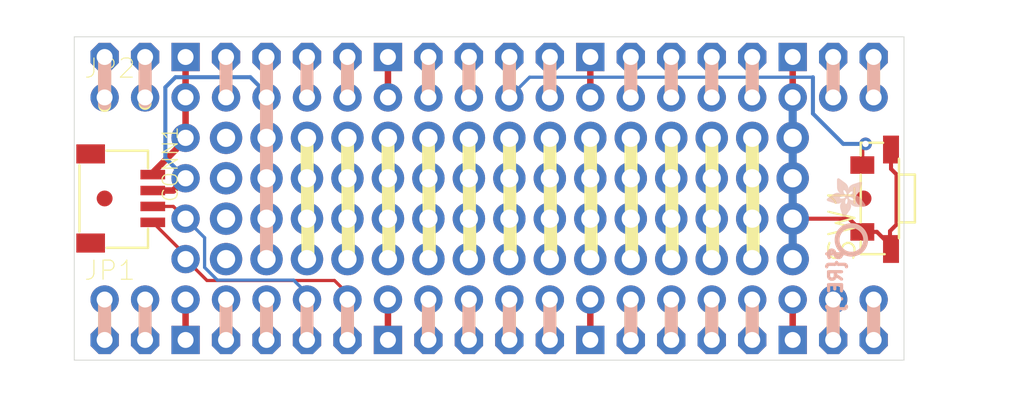
<source format=kicad_pcb>
(kicad_pcb (version 20221018) (generator pcbnew)
  (layers (0 "F.Cu" signal) (31 "B.Cu" signal) (34 "B.Paste" user) (35 "F.Paste" user) (36 "B.SilkS" user "B.Silkscreen") (37 "F.SilkS" user "F.Silkscreen") (38 "B.Mask" user) (39 "F.Mask" user) (44 "Edge.Cuts" user))
  (net 0 "")
  (net 1 "N$49")
  (net 2 "N$50")
  (net 3 "N$51")
  (net 4 "N$52")
  (net 5 "PR2")
  (net 6 "PR3")
  (net 7 "PR4")
  (net 8 "PR5")
  (net 9 "PR6")
  (net 10 "PR7")
  (net 11 "PR8")
  (net 12 "PR9")
  (net 13 "PR10")
  (net 14 "PR11")
  (net 15 "PR12")
  (net 16 "IO0")
  (net 17 "IO1")
  (net 18 "IO2")
  (net 19 "IO3")
  (net 20 "IO4")
  (net 21 "IO5")
  (net 22 "IO6")
  (net 23 "IO7")
  (net 24 "IO8")
  (net 25 "IO9")
  (net 26 "IO10")
  (net 27 "IO11")
  (net 28 "IO12")
  (net 29 "IO13")
  (net 30 "IO14")
  (net 31 "IO15")
  (net 32 "VBUS")
  (net 33 "VSYS")
  (net 34 "GND")
  (net 35 "~{EN}")
  (net 36 "3.3V")
  (net 37 "VREF")
  (net 38 "AD2")
  (net 39 "AD1")
  (net 40 "AD0")
  (net 41 "~{RESET}")
  (net 42 "IO22")
  (net 43 "IO21")
  (net 44 "IO20")
  (net 45 "IO19")
  (net 46 "IO18")
  (net 47 "IO17")
  (net 48 "IO16")
  (net 49 "PR1")
  (footprint "working:PLABEL34" (layer "F.Cu") (at 127.9271 101.1936)
    (fp_text reference "PLABEL34" hide)
    (fp_text value "" hide)
  )
  (footprint "working:PLABEL18" (layer "F.Cu") (at 170.0911 100.3046)
    (fp_text reference "PLABEL18" hide)
    (fp_text value "" hide)
  )
  (footprint "working:PLABEL20" (layer "F.Cu") (at 158.6611 97.3836 90)
    (fp_text reference "PLABEL20" hide)
    (fp_text value "" hide)
  )
  (footprint "working:PLABEL4" (layer "F.Cu") (at 133.5151 112.6236)
    (fp_text reference "PLABEL4" hide)
    (fp_text value "" hide)
  )
  (footprint "working:PLABEL32" (layer "F.Cu") (at 128.4986 102.5906 90)
    (fp_text reference "PLABEL32" hide)
    (fp_text value "" hide)
  )
  (footprint "working:PLABEL17" (layer "F.Cu") (at 172.5676 100.1776)
    (fp_text reference "PLABEL17" hide)
    (fp_text value "" hide)
  )
  (footprint "working:PICOWBELL" (layer "F.Cu") (at 123.1011 113.8936)
    (fp_text reference "CB1" hide)
    (fp_text value "PICOWBELL_THM" hide)
    (pad "1" thru_hole roundrect (at 1.27 0) (size 1.778 1.778) (drill 1) (layers "*.Cu" "*.Mask") (chamfer_ratio 0.2928932188) (chamfer top_left top_right bottom_left bottom_right) (net 16 "IO0"))
    (pad "2" thru_hole roundrect (at 3.81 0) (size 1.778 1.778) (drill 1) (layers "*.Cu" "*.Mask") (chamfer_ratio 0.2928932188) (chamfer top_left top_right bottom_left bottom_right) (net 17 "IO1"))
    (pad "3" thru_hole rect (at 6.35 0) (size 1.778 1.778) (drill 1) (layers "*.Cu" "*.Mask") (net 34 "GND"))
    (pad "4" thru_hole roundrect (at 8.89 0) (size 1.778 1.778) (drill 1) (layers "*.Cu" "*.Mask") (chamfer_ratio 0.2928932188) (chamfer top_left top_right bottom_left bottom_right) (net 18 "IO2"))
    (pad "5" thru_hole roundrect (at 11.43 0) (size 1.778 1.778) (drill 1) (layers "*.Cu" "*.Mask") (chamfer_ratio 0.2928932188) (chamfer top_left top_right bottom_left bottom_right) (net 19 "IO3"))
    (pad "6" thru_hole roundrect (at 13.97 0) (size 1.778 1.778) (drill 1) (layers "*.Cu" "*.Mask") (chamfer_ratio 0.2928932188) (chamfer top_left top_right bottom_left bottom_right) (net 20 "IO4"))
    (pad "7" thru_hole roundrect (at 16.51 0) (size 1.778 1.778) (drill 1) (layers "*.Cu" "*.Mask") (chamfer_ratio 0.2928932188) (chamfer top_left top_right bottom_left bottom_right) (net 21 "IO5"))
    (pad "8" thru_hole rect (at 19.05 0) (size 1.778 1.778) (drill 1) (layers "*.Cu" "*.Mask") (net 34 "GND"))
    (pad "9" thru_hole roundrect (at 21.59 0) (size 1.778 1.778) (drill 1) (layers "*.Cu" "*.Mask") (chamfer_ratio 0.2928932188) (chamfer top_left top_right bottom_left bottom_right) (net 22 "IO6"))
    (pad "10" thru_hole roundrect (at 24.13 0) (size 1.778 1.778) (drill 1) (layers "*.Cu" "*.Mask") (chamfer_ratio 0.2928932188) (chamfer top_left top_right bottom_left bottom_right) (net 23 "IO7"))
    (pad "11" thru_hole roundrect (at 26.67 0) (size 1.778 1.778) (drill 1) (layers "*.Cu" "*.Mask") (chamfer_ratio 0.2928932188) (chamfer top_left top_right bottom_left bottom_right) (net 24 "IO8"))
    (pad "12" thru_hole roundrect (at 29.21 0) (size 1.778 1.778) (drill 1) (layers "*.Cu" "*.Mask") (chamfer_ratio 0.2928932188) (chamfer top_left top_right bottom_left bottom_right) (net 25 "IO9"))
    (pad "13" thru_hole rect (at 31.75 0) (size 1.778 1.778) (drill 1) (layers "*.Cu" "*.Mask") (net 34 "GND"))
    (pad "14" thru_hole roundrect (at 34.29 0) (size 1.778 1.778) (drill 1) (layers "*.Cu" "*.Mask") (chamfer_ratio 0.2928932188) (chamfer top_left top_right bottom_left bottom_right) (net 26 "IO10"))
    (pad "15" thru_hole roundrect (at 36.83 0) (size 1.778 1.778) (drill 1) (layers "*.Cu" "*.Mask") (chamfer_ratio 0.2928932188) (chamfer top_left top_right bottom_left bottom_right) (net 27 "IO11"))
    (pad "16" thru_hole roundrect (at 39.37 0) (size 1.778 1.778) (drill 1) (layers "*.Cu" "*.Mask") (chamfer_ratio 0.2928932188) (chamfer top_left top_right bottom_left bottom_right) (net 28 "IO12"))
    (pad "17" thru_hole roundrect (at 41.91 0) (size 1.778 1.778) (drill 1) (layers "*.Cu" "*.Mask") (chamfer_ratio 0.2928932188) (chamfer top_left top_right bottom_left bottom_right) (net 29 "IO13"))
    (pad "18" thru_hole rect (at 44.45 0) (size 1.778 1.778) (drill 1) (layers "*.Cu" "*.Mask") (net 34 "GND"))
    (pad "19" thru_hole roundrect (at 46.99 0) (size 1.778 1.778) (drill 1) (layers "*.Cu" "*.Mask") (chamfer_ratio 0.2928932188) (chamfer top_left top_right bottom_left bottom_right) (net 30 "IO14"))
    (pad "20" thru_hole roundrect (at 49.53 0) (size 1.778 1.778) (drill 1) (layers "*.Cu" "*.Mask") (chamfer_ratio 0.2928932188) (chamfer top_left top_right bottom_left bottom_right) (net 31 "IO15"))
    (pad "21" thru_hole roundrect (at 49.53 -17.78 180) (size 1.778 1.778) (drill 1) (layers "*.Cu" "*.Mask") (chamfer_ratio 0.2928932188) (chamfer top_left top_right bottom_left bottom_right) (net 48 "IO16"))
    (pad "22" thru_hole roundrect (at 46.99 -17.78 180) (size 1.778 1.778) (drill 1) (layers "*.Cu" "*.Mask") (chamfer_ratio 0.2928932188) (chamfer top_left top_right bottom_left bottom_right) (net 47 "IO17"))
    (pad "23" thru_hole rect (at 44.45 -17.78 180) (size 1.778 1.778) (drill 1) (layers "*.Cu" "*.Mask") (net 34 "GND"))
    (pad "24" thru_hole roundrect (at 41.91 -17.78 180) (size 1.778 1.778) (drill 1) (layers "*.Cu" "*.Mask") (chamfer_ratio 0.2928932188) (chamfer top_left top_right bottom_left bottom_right) (net 46 "IO18"))
    (pad "25" thru_hole roundrect (at 39.37 -17.78 180) (size 1.778 1.778) (drill 1) (layers "*.Cu" "*.Mask") (chamfer_ratio 0.2928932188) (chamfer top_left top_right bottom_left bottom_right) (net 45 "IO19"))
    (pad "26" thru_hole roundrect (at 36.83 -17.78 180) (size 1.778 1.778) (drill 1) (layers "*.Cu" "*.Mask") (chamfer_ratio 0.2928932188) (chamfer top_left top_right bottom_left bottom_right) (net 44 "IO20"))
    (pad "27" thru_hole roundrect (at 34.29 -17.78 180) (size 1.778 1.778) (drill 1) (layers "*.Cu" "*.Mask") (chamfer_ratio 0.2928932188) (chamfer top_left top_right bottom_left bottom_right) (net 43 "IO21"))
    (pad "28" thru_hole rect (at 31.75 -17.78 180) (size 1.778 1.778) (drill 1) (layers "*.Cu" "*.Mask") (net 34 "GND"))
    (pad "29" thru_hole roundrect (at 29.21 -17.78 180) (size 1.778 1.778) (drill 1) (layers "*.Cu" "*.Mask") (chamfer_ratio 0.2928932188) (chamfer top_left top_right bottom_left bottom_right) (net 42 "IO22"))
    (pad "30" thru_hole roundrect (at 26.67 -17.78 180) (size 1.778 1.778) (drill 1) (layers "*.Cu" "*.Mask") (chamfer_ratio 0.2928932188) (chamfer top_left top_right bottom_left bottom_right) (net 41 "~{RESET}"))
    (pad "31" thru_hole roundrect (at 24.13 -17.78 180) (size 1.778 1.778) (drill 1) (layers "*.Cu" "*.Mask") (chamfer_ratio 0.2928932188) (chamfer top_left top_right bottom_left bottom_right) (net 40 "AD0"))
    (pad "32" thru_hole roundrect (at 21.59 -17.78 180) (size 1.778 1.778) (drill 1) (layers "*.Cu" "*.Mask") (chamfer_ratio 0.2928932188) (chamfer top_left top_right bottom_left bottom_right) (net 39 "AD1"))
    (pad "33" thru_hole rect (at 19.05 -17.78 180) (size 1.778 1.778) (drill 1) (layers "*.Cu" "*.Mask") (net 34 "GND"))
    (pad "34" thru_hole roundrect (at 16.51 -17.78 180) (size 1.778 1.778) (drill 1) (layers "*.Cu" "*.Mask") (chamfer_ratio 0.2928932188) (chamfer top_left top_right bottom_left bottom_right) (net 38 "AD2"))
    (pad "35" thru_hole roundrect (at 13.97 -17.78 180) (size 1.778 1.778) (drill 1) (layers "*.Cu" "*.Mask") (chamfer_ratio 0.2928932188) (chamfer top_left top_right bottom_left bottom_right) (net 37 "VREF"))
    (pad "36" thru_hole roundrect (at 11.43 -17.78 180) (size 1.778 1.778) (drill 1) (layers "*.Cu" "*.Mask") (chamfer_ratio 0.2928932188) (chamfer top_left top_right bottom_left bottom_right) (net 36 "3.3V"))
    (pad "37" thru_hole roundrect (at 8.89 -17.78 180) (size 1.778 1.778) (drill 1) (layers "*.Cu" "*.Mask") (chamfer_ratio 0.2928932188) (chamfer top_left top_right bottom_left bottom_right) (net 35 "~{EN}"))
    (pad "38" thru_hole rect (at 6.35 -17.78 180) (size 1.778 1.778) (drill 1) (layers "*.Cu" "*.Mask") (net 34 "GND"))
    (pad "39" thru_hole roundrect (at 3.81 -17.78 180) (size 1.778 1.778) (drill 1) (layers "*.Cu" "*.Mask") (chamfer_ratio 0.2928932188) (chamfer top_left top_right bottom_left bottom_right) (net 33 "VSYS"))
    (pad "40" thru_hole roundrect (at 1.27 -17.78 180) (size 1.778 1.778) (drill 1) (layers "*.Cu" "*.Mask") (chamfer_ratio 0.2928932188) (chamfer top_left top_right bottom_left bottom_right) (net 32 "VBUS"))
  )
  (footprint "working:SPST_TACTILE_RA" (layer "F.Cu") (at 172.8216 105.0036 -90)
    (fp_text reference "SW1" (at 4.131 2.149 90) (layer "F.SilkS") (effects (font (size 1.647139 1.647139) (thickness 0.130861)) (justify left)))
    (fp_text value "RA Tact" hide)
    (pad "" np_thru_hole circle (at -1.15 -0.3 270) (size 1 1) (drill 1) (layers "*.Cu" "*.Mask"))
    (pad "" np_thru_hole circle (at 1.15 -0.3 270) (size 1 1) (drill 1) (layers "*.Cu" "*.Mask"))
    (pad "1" smd rect (at 2.1 0.9 180) (size 1.5 1.1) (layers "F.Cu" "F.Paste" "F.Mask") (net 34 "GND"))
    (pad "2" smd rect (at -2.1 0.9 180) (size 1.5 1.1) (layers "F.Cu" "F.Paste" "F.Mask") (net 41 "~{RESET}"))
    (pad "MT1" smd rect (at 3.175 -0.9 270) (size 1.75 1) (layers "F.Cu" "F.Paste" "F.Mask") (net 34 "GND"))
    (pad "MT2" smd rect (at -3.075 -0.9 270) (size 1.75 1) (layers "F.Cu" "F.Paste" "F.Mask") (net 34 "GND"))
  )
  (footprint "working:1X20_ROUND_70MIL" (layer "F.Cu") (at 148.5011 111.3536)
    (fp_text reference "JP1" (at -25.4762 -1.8288) (layer "F.SilkS") (effects (font (size 1.20335 1.20335) (thickness 0.06665)) (justify left)))
    (fp_text value "")
    (pad "1" thru_hole circle (at -24.13 0 90) (size 1.778 1.778) (drill 1) (layers "*.Cu" "*.Mask") (net 16 "IO0"))
    (pad "2" thru_hole circle (at -21.59 0 90) (size 1.778 1.778) (drill 1) (layers "*.Cu" "*.Mask") (net 17 "IO1"))
    (pad "3" thru_hole circle (at -19.05 0 90) (size 1.778 1.778) (drill 1) (layers "*.Cu" "*.Mask") (net 34 "GND"))
    (pad "4" thru_hole circle (at -16.51 0 90) (size 1.778 1.778) (drill 1) (layers "*.Cu" "*.Mask") (net 18 "IO2"))
    (pad "5" thru_hole circle (at -13.97 0 90) (size 1.778 1.778) (drill 1) (layers "*.Cu" "*.Mask") (net 19 "IO3"))
    (pad "6" thru_hole circle (at -11.43 0 90) (size 1.778 1.778) (drill 1) (layers "*.Cu" "*.Mask") (net 20 "IO4"))
    (pad "7" thru_hole circle (at -8.89 0 90) (size 1.778 1.778) (drill 1) (layers "*.Cu" "*.Mask") (net 21 "IO5"))
    (pad "8" thru_hole circle (at -6.35 0 90) (size 1.778 1.778) (drill 1) (layers "*.Cu" "*.Mask") (net 34 "GND"))
    (pad "9" thru_hole circle (at -3.81 0 90) (size 1.778 1.778) (drill 1) (layers "*.Cu" "*.Mask") (net 22 "IO6"))
    (pad "10" thru_hole circle (at -1.27 0 90) (size 1.778 1.778) (drill 1) (layers "*.Cu" "*.Mask") (net 23 "IO7"))
    (pad "11" thru_hole circle (at 1.27 0 90) (size 1.778 1.778) (drill 1) (layers "*.Cu" "*.Mask") (net 24 "IO8"))
    (pad "12" thru_hole circle (at 3.81 0 90) (size 1.778 1.778) (drill 1) (layers "*.Cu" "*.Mask") (net 25 "IO9"))
    (pad "13" thru_hole circle (at 6.35 0 90) (size 1.778 1.778) (drill 1) (layers "*.Cu" "*.Mask") (net 34 "GND"))
    (pad "14" thru_hole circle (at 8.89 0 90) (size 1.778 1.778) (drill 1) (layers "*.Cu" "*.Mask") (net 26 "IO10"))
    (pad "15" thru_hole circle (at 11.43 0 90) (size 1.778 1.778) (drill 1) (layers "*.Cu" "*.Mask") (net 27 "IO11"))
    (pad "16" thru_hole circle (at 13.97 0 90) (size 1.778 1.778) (drill 1) (layers "*.Cu" "*.Mask") (net 28 "IO12"))
    (pad "17" thru_hole circle (at 16.51 0 90) (size 1.778 1.778) (drill 1) (layers "*.Cu" "*.Mask") (net 29 "IO13"))
    (pad "18" thru_hole circle (at 19.05 0 90) (size 1.778 1.778) (drill 1) (layers "*.Cu" "*.Mask") (net 34 "GND"))
    (pad "19" thru_hole circle (at 21.59 0 90) (size 1.778 1.778) (drill 1) (layers "*.Cu" "*.Mask") (net 30 "IO14"))
    (pad "20" thru_hole circle (at 24.13 0 90) (size 1.778 1.778) (drill 1) (layers "*.Cu" "*.Mask") (net 31 "IO15"))
  )
  (footprint "working:PLABEL1" (layer "F.Cu") (at 125.8951 112.6236)
    (fp_text reference "PLABEL1" hide)
    (fp_text value "" hide)
  )
  (footprint "working:PLABEL16" (layer "F.Cu") (at 170.0276 109.7661)
    (fp_text reference "PLABEL16" hide)
    (fp_text value "" hide)
  )
  (footprint "working:PLABEL5" (layer "F.Cu") (at 136.0551 112.6236)
    (fp_text reference "PLABEL5" hide)
    (fp_text value "" hide)
  )
  (footprint "working:PLABEL9" (layer "F.Cu") (at 148.7551 112.6236)
    (fp_text reference "PLABEL9" hide)
    (fp_text value "" hide)
  )
  (footprint "working:PLABEL15" (layer "F.Cu") (at 172.5676 109.7661)
    (fp_text reference "PLABEL15" hide)
    (fp_text value "" hide)
  )
  (footprint "working:PLABEL27" (layer "F.Cu") (at 138.2776 97.5106 90)
    (fp_text reference "PLABEL27" hide)
    (fp_text value "" hide)
  )
  (footprint "working:PLABEL3" (layer "F.Cu") (at 131.1656 112.5601)
    (fp_text reference "PLABEL3" hide)
    (fp_text value "" hide)
  )
  (footprint "working:PLABEL10" (layer "F.Cu") (at 151.2951 112.6236)
    (fp_text reference "PLABEL10" hide)
    (fp_text value "" hide)
  )
  (footprint "working:PLABEL25" (layer "F.Cu") (at 161.2011 112.6236 90)
    (fp_text reference "PLABEL25" hide)
    (fp_text value "" hide)
  )
  (footprint "working:FIDUCIAL_1MM" (layer "F.Cu") (at 171.9961 105.0036)
    (fp_text reference "FID2" hide)
    (fp_text value "FIDUCIAL_1MM" hide)
    (pad "1" smd roundrect (at 0 0) (size 1 1) (layers "F.Cu" "F.Mask") (roundrect_rratio 0.5))
  )
  (footprint "working:PLABEL26" (layer "F.Cu") (at 145.9611 97.4471 90)
    (fp_text reference "PLABEL26" hide)
    (fp_text value "" hide)
  )
  (footprint "working:PLABEL23" (layer "F.Cu") (at 163.7411 112.6236 90)
    (fp_text reference "PLABEL23" hide)
    (fp_text value "" hide)
  )
  (footprint "working:PLABEL2" (layer "F.Cu") (at 123.3551 112.6236)
    (fp_text reference "PLABEL2" hide)
    (fp_text value "" hide)
  )
  (footprint "working:1X20_ROUND_70MIL" (layer "F.Cu") (at 148.5011 98.6536)
    (fp_text reference "JP2" (at -25.4762 -1.8288) (layer "F.SilkS") (effects (font (size 1.20335 1.20335) (thickness 0.06665)) (justify left)))
    (fp_text value "")
    (pad "1" thru_hole circle (at -24.13 0 90) (size 1.778 1.778) (drill 1) (layers "*.Cu" "*.Mask") (net 32 "VBUS"))
    (pad "2" thru_hole circle (at -21.59 0 90) (size 1.778 1.778) (drill 1) (layers "*.Cu" "*.Mask") (net 33 "VSYS"))
    (pad "3" thru_hole circle (at -19.05 0 90) (size 1.778 1.778) (drill 1) (layers "*.Cu" "*.Mask") (net 34 "GND"))
    (pad "4" thru_hole circle (at -16.51 0 90) (size 1.778 1.778) (drill 1) (layers "*.Cu" "*.Mask") (net 35 "~{EN}"))
    (pad "5" thru_hole circle (at -13.97 0 90) (size 1.778 1.778) (drill 1) (layers "*.Cu" "*.Mask") (net 36 "3.3V"))
    (pad "6" thru_hole circle (at -11.43 0 90) (size 1.778 1.778) (drill 1) (layers "*.Cu" "*.Mask") (net 37 "VREF"))
    (pad "7" thru_hole circle (at -8.89 0 90) (size 1.778 1.778) (drill 1) (layers "*.Cu" "*.Mask") (net 38 "AD2"))
    (pad "8" thru_hole circle (at -6.35 0 90) (size 1.778 1.778) (drill 1) (layers "*.Cu" "*.Mask") (net 34 "GND"))
    (pad "9" thru_hole circle (at -3.81 0 90) (size 1.778 1.778) (drill 1) (layers "*.Cu" "*.Mask") (net 39 "AD1"))
    (pad "10" thru_hole circle (at -1.27 0 90) (size 1.778 1.778) (drill 1) (layers "*.Cu" "*.Mask") (net 40 "AD0"))
    (pad "11" thru_hole circle (at 1.27 0 90) (size 1.778 1.778) (drill 1) (layers "*.Cu" "*.Mask") (net 41 "~{RESET}"))
    (pad "12" thru_hole circle (at 3.81 0 90) (size 1.778 1.778) (drill 1) (layers "*.Cu" "*.Mask") (net 42 "IO22"))
    (pad "13" thru_hole circle (at 6.35 0 90) (size 1.778 1.778) (drill 1) (layers "*.Cu" "*.Mask") (net 34 "GND"))
    (pad "14" thru_hole circle (at 8.89 0 90) (size 1.778 1.778) (drill 1) (layers "*.Cu" "*.Mask") (net 43 "IO21"))
    (pad "15" thru_hole circle (at 11.43 0 90) (size 1.778 1.778) (drill 1) (layers "*.Cu" "*.Mask") (net 44 "IO20"))
    (pad "16" thru_hole circle (at 13.97 0 90) (size 1.778 1.778) (drill 1) (layers "*.Cu" "*.Mask") (net 45 "IO19"))
    (pad "17" thru_hole circle (at 16.51 0 90) (size 1.778 1.778) (drill 1) (layers "*.Cu" "*.Mask") (net 46 "IO18"))
    (pad "18" thru_hole circle (at 19.05 0 90) (size 1.778 1.778) (drill 1) (layers "*.Cu" "*.Mask") (net 34 "GND"))
    (pad "19" thru_hole circle (at 21.59 0 90) (size 1.778 1.778) (drill 1) (layers "*.Cu" "*.Mask") (net 47 "IO17"))
    (pad "20" thru_hole circle (at 24.13 0 90) (size 1.778 1.778) (drill 1) (layers "*.Cu" "*.Mask") (net 48 "IO16"))
  )
  (footprint "working:PLABEL33" (layer "F.Cu") (at 128.3716 107.3531 90)
    (fp_text reference "PLABEL33" hide)
    (fp_text value "" hide)
  )
  (footprint "working:FIDUCIAL_1MM" (layer "F.Cu") (at 124.3711 105.0036)
    (fp_text reference "FID1" hide)
    (fp_text value "FIDUCIAL_1MM" hide)
    (pad "1" smd roundrect (at 0 0) (size 1 1) (layers "F.Cu" "F.Mask") (roundrect_rratio 0.5))
  )
  (footprint "working:PLABEL30" (layer "F.Cu") (at 122.5931 109.8931)
    (fp_text reference "PLABEL30" hide)
    (fp_text value "" hide)
  )
  (footprint "working:PLABEL28" (layer "F.Cu") (at 135.8011 97.3836 90)
    (fp_text reference "PLABEL28" hide)
    (fp_text value "" hide)
  )
  (footprint "working:PLABEL29" (layer "F.Cu") (at 122.5296 101.3206)
    (fp_text reference "PLABEL29" hide)
    (fp_text value "" hide)
  )
  (footprint "working:PLABEL13" (layer "F.Cu") (at 133.2611 97.3836 90)
    (fp_text reference "PLABEL13" hide)
    (fp_text value "" hide)
  )
  (footprint "working:PLABEL12" (layer "F.Cu") (at 125.6411 97.3836 90)
    (fp_text reference "PLABEL12" hide)
    (fp_text value "" hide)
  )
  (footprint "working:PLABEL8" (layer "F.Cu") (at 146.2151 112.6236)
    (fp_text reference "PLABEL8" hide)
    (fp_text value "" hide)
  )
  (footprint "working:PLABEL0" (layer "F.Cu") (at 170.3451 105.0036 -90)
    (fp_text reference "PLABEL0" hide)
    (fp_text value "" hide)
  )
  (footprint "working:JST_SH4" (layer "F.Cu") (at 125.3871 105.0036 -90)
    (fp_text reference "CONN1" (at -4.6 -3.106 90) (layer "F.SilkS") (effects (font (size 0.941222 0.941222) (thickness 0.074778)) (justify right)))
    (fp_text value "STEMMA_I2C_QT" hide)
    (pad "1" smd rect (at -1.5 -2.006) (size 1.55 0.6) (layers "F.Cu" "F.Paste" "F.Mask") (net 34 "GND"))
    (pad "2" smd rect (at -0.5 -2.006) (size 1.55 0.6) (layers "F.Cu" "F.Paste" "F.Mask") (net 36 "3.3V"))
    (pad "3" smd rect (at 0.5 -2.006) (size 1.55 0.6) (layers "F.Cu" "F.Paste" "F.Mask") (net 20 "IO4"))
    (pad "4" smd rect (at 1.5 -2.006) (size 1.55 0.6) (layers "F.Cu" "F.Paste" "F.Mask") (net 21 "IO5"))
    (pad "MT1" smd rect (at -2.8 1.894) (size 1.8 1.2) (layers "F.Cu" "F.Paste" "F.Mask"))
    (pad "MT2" smd rect (at 2.8 1.894) (size 1.8 1.2) (layers "F.Cu" "F.Paste" "F.Mask"))
  )
  (footprint "working:PLABEL11" (layer "F.Cu") (at 123.1011 97.3836 90)
    (fp_text reference "PLABEL11" hide)
    (fp_text value "" hide)
  )
  (footprint "working:PLABEL21" (layer "F.Cu") (at 163.7411 97.3836 90)
    (fp_text reference "PLABEL21" hide)
    (fp_text value "" hide)
  )
  (footprint "working:PLABEL31" (layer "F.Cu") (at 127.9906 108.8136)
    (fp_text reference "PLABEL31" hide)
    (fp_text value "" hide)
  )
  (footprint "working:PLABEL22" (layer "F.Cu") (at 158.6611 112.6236 90)
    (fp_text reference "PLABEL22" hide)
    (fp_text value "" hide)
  )
  (footprint "working:PLABEL24" (layer "F.Cu") (at 161.2011 97.3836 90)
    (fp_text reference "PLABEL24" hide)
    (fp_text value "" hide)
  )
  (footprint "working:PLABEL7" (layer "F.Cu") (at 143.8656 112.6236)
    (fp_text reference "PLABEL7" hide)
    (fp_text value "" hide)
  )
  (footprint "working:PLABEL14" (layer "F.Cu") (at 148.7551 97.3836)
    (fp_text reference "PLABEL14" hide)
    (fp_text value "" hide)
  )
  (footprint "working:PLABEL19" (layer "F.Cu") (at 151.0411 97.3836 90)
    (fp_text reference "PLABEL19" hide)
    (fp_text value "" hide)
  )
  (footprint "working:PLABEL6" (layer "F.Cu") (at 138.5951 112.6236)
    (fp_text reference "PLABEL6" hide)
    (fp_text value "" hide)
  )
  (footprint "working:PLABEL64" (layer "B.Cu") (at 127.9271 101.1936 90)
    (fp_text reference "PLABEL64" hide)
    (fp_text value "" hide)
  )
  (footprint "working:PLABEL38" (layer "B.Cu") (at 131.1021 112.5601 180)
    (fp_text reference "PLABEL38" hide)
    (fp_text value "" hide)
  )
  (footprint "working:PLABEL51" (layer "B.Cu") (at 170.1546 109.8296 180)
    (fp_text reference "PLABEL51" hide)
    (fp_text value "" hide)
  )
  (footprint "working:PLABEL58" (layer "B.Cu") (at 163.7411 112.6236 90)
    (fp_text reference "PLABEL58" hide)
    (fp_text value "" hide)
  )
  (footprint "working:PLABEL46" (layer "B.Cu") (at 123.1011 97.3836 90)
    (fp_text reference "PLABEL46" hide)
    (fp_text value "" hide)
  )
  (footprint "working:PLABEL49" (layer "B.Cu") (at 148.7551 97.3836 180)
    (fp_text reference "PLABEL49" hide)
    (fp_text value "" hide)
  )
  (footprint "working:PLABEL67" (layer "B.Cu") (at 127.9271 108.8136 90)
    (fp_text reference "PLABEL67" hide)
    (fp_text value "" hide)
  )
  (footprint "working:PLABEL39" (layer "B.Cu") (at 133.5151 112.6236 180)
    (fp_text reference "PLABEL39" hide)
    (fp_text value "" hide)
  )
  (footprint "working:PLABEL65" (layer "B.Cu") (at 127.9271 103.7336 90)
    (fp_text reference "PLABEL65" hide)
    (fp_text value "" hide)
  )
  (footprint "working:PLABEL62" (layer "B.Cu") (at 138.2141 97.2566 90)
    (fp_text reference "PLABEL62" hide)
    (fp_text value "" hide)
  )
  (footprint "working:PLABEL63" (layer "B.Cu") (at 135.8011 97.3836 90)
    (fp_text reference "PLABEL63" hide)
    (fp_text value "" hide)
  )
  (footprint "working:PLABEL36" (layer "B.Cu") (at 125.8951 112.6236 180)
    (fp_text reference "PLABEL36" hide)
    (fp_text value "" hide)
  )
  (footprint "working:PLABEL45" (layer "B.Cu") (at 151.2951 112.6236 180)
    (fp_text reference "PLABEL45" hide)
    (fp_text value "" hide)
  )
  (footprint "working:PLABEL53" (layer "B.Cu") (at 170.0911 100.2411 180)
    (fp_text reference "PLABEL53" hide)
    (fp_text value "" hide)
  )
  (footprint "working:PLABEL52" (layer "B.Cu") (at 172.6311 100.1776 180)
    (fp_text reference "PLABEL52" hide)
    (fp_text value "" hide)
  )
  (footprint "working:ADAFRUIT_2.5MM" (layer "B.Cu") (at 172.1231 103.7336 -90)
    (fp_text reference "U$2" hide)
    (fp_text value "" hide)
  )
  (footprint "working:PLABEL55" (layer "B.Cu") (at 158.6611 97.3836 90)
    (fp_text reference "PLABEL55" hide)
    (fp_text value "" hide)
  )
  (footprint "working:PLABEL50" (layer "B.Cu") (at 172.6311 109.7661 180)
    (fp_text reference "PLABEL50" hide)
    (fp_text value "" hide)
  )
  (footprint "working:PCBFEAT-REV-040" (layer "B.Cu") (at 171.2341 107.6071 90)
    (fp_text reference "U$6" hide)
    (fp_text value "" hide)
    (fp_text user "${REV}" (at -0.3556 -0.508 270) (layer "B.SilkS") (effects (font (size 0.8128 0.8128) (thickness 0.2032)) (justify left bottom mirror)))
  )
  (footprint "working:PLABEL41" (layer "B.Cu") (at 138.5951 112.6236 180)
    (fp_text reference "PLABEL41" hide)
    (fp_text value "" hide)
  )
  (footprint "working:PLABEL47" (layer "B.Cu") (at 125.6411 97.3836 90)
    (fp_text reference "PLABEL47" hide)
    (fp_text value "" hide)
  )
  (footprint "working:PLABEL40" (layer "B.Cu") (at 136.0551 112.6236 180)
    (fp_text reference "PLABEL40" hide)
    (fp_text value "" hide)
  )
  (footprint "working:PLABEL61" (layer "B.Cu") (at 145.9611 97.3836 90)
    (fp_text reference "PLABEL61" hide)
    (fp_text value "" hide)
  )
  (footprint "working:PLABEL60" (layer "B.Cu") (at 161.2011 112.6236 90)
    (fp_text reference "PLABEL60" hide)
    (fp_text value "" hide)
  )
  (footprint "working:PLABEL54" (layer "B.Cu") (at 151.0411 97.3836 90)
    (fp_text reference "PLABEL54" hide)
    (fp_text value "" hide)
  )
  (footprint "working:PLABEL59" (layer "B.Cu") (at 161.2011 97.3836 90)
    (fp_text reference "PLABEL59" hide)
    (fp_text value "" hide)
  )
  (footprint "working:PLABEL43" (layer "B.Cu") (at 146.2151 112.6236 180)
    (fp_text reference "PLABEL43" hide)
    (fp_text value "" hide)
  )
  (footprint "working:PLABEL57" (layer "B.Cu") (at 158.6611 112.6236 90)
    (fp_text reference "PLABEL57" hide)
    (fp_text value "" hide)
  )
  (footprint "working:PLABEL44" (layer "B.Cu") (at 148.7551 112.6236 180)
    (fp_text reference "PLABEL44" hide)
    (fp_text value "" hide)
  )
  (footprint "working:PLABEL48" (layer "B.Cu") (at 133.2611 97.3836 90)
    (fp_text reference "PLABEL48" hide)
    (fp_text value "" hide)
  )
  (footprint "working:PLABEL37" (layer "B.Cu") (at 123.3551 112.6236 180)
    (fp_text reference "PLABEL37" hide)
    (fp_text value "" hide)
  )
  (footprint "working:PLABEL42" (layer "B.Cu") (at 143.9291 112.6236 180)
    (fp_text reference "PLABEL42" hide)
    (fp_text value "" hide)
  )
  (footprint "working:PLABEL56" (layer "B.Cu") (at 163.7411 97.3836 90)
    (fp_text reference "PLABEL56" hide)
    (fp_text value "" hide)
  )
  (footprint "working:PLABEL35" (layer "B.Cu") (at 124.6251 105.0036 90)
    (fp_text reference "PLABEL35" hide)
    (fp_text value "" hide)
  )
  (footprint "working:PLABEL66" (layer "B.Cu") (at 127.9271 106.2736 90)
    (fp_text reference "PLABEL66" hide)
    (fp_text value "" hide)
  )
  (gr_line (start 137.0711 96.1136) (end 137.0711 98.6536) (stroke (width 0.8128)) (layer "B.SilkS"))
  (gr_line (start 149.7711 96.1136) (end 149.7711 98.6536) (stroke (width 0.8128)) (layer "B.SilkS"))
  (gr_line (start 165.0111 111.3536) (end 165.0111 113.8936) (stroke (width 0.8128)) (layer "B.SilkS"))
  (gr_line (start 147.2311 111.3536) (end 147.2311 113.8936) (stroke (width 0.8128)) (layer "B.SilkS"))
  (gr_line (start 159.9311 111.3536) (end 159.9311 113.8936) (stroke (width 0.8128)) (layer "B.SilkS"))
  (gr_line (start 162.4711 113.8936) (end 162.4711 111.3536) (stroke (width 0.8128)) (layer "B.SilkS"))
  (gr_line (start 134.5311 96.1136) (end 134.5311 108.8136) (stroke (width 0.8128)) (layer "B.SilkS"))
  (gr_line (start 172.6311 111.3536) (end 172.6311 113.8936) (stroke (width 0.8128)) (layer "B.SilkS"))
  (gr_line (start 162.4711 96.1136) (end 162.4711 98.6536) (stroke (width 0.8128)) (layer "B.SilkS"))
  (gr_line (start 170.0911 111.3536) (end 170.0911 113.8936) (stroke (width 0.8128)) (layer "B.SilkS"))
  (gr_line (start 157.3911 113.8936) (end 157.3911 111.3536) (stroke (width 0.8128)) (layer "B.SilkS"))
  (gr_line (start 124.3711 113.8936) (end 124.3711 111.3536) (stroke (width 0.8128)) (layer "B.SilkS"))
  (gr_line (start 126.9111 98.9076) (end 126.9111 96.1136) (stroke (width 0.8128)) (layer "B.SilkS"))
  (gr_line (start 144.6911 96.1136) (end 144.6911 98.6536) (stroke (width 0.8128)) (layer "B.SilkS"))
  (gr_line (start 157.3911 96.1136) (end 157.3911 98.6536) (stroke (width 0.8128)) (layer "B.SilkS"))
  (gr_line (start 152.3111 98.6536) (end 152.3111 96.1136) (stroke (width 0.8128)) (layer "B.SilkS"))
  (gr_line (start 139.6111 96.1136) (end 139.6111 98.6536) (stroke (width 0.8128)) (layer "B.SilkS"))
  (gr_line (start 137.0711 113.8936) (end 137.0711 111.3536) (stroke (width 0.8128)) (layer "B.SilkS"))
  (gr_line (start 149.7711 113.8936) (end 149.7711 111.3536) (stroke (width 0.8128)) (layer "B.SilkS"))
  (gr_line (start 147.2311 96.1136) (end 147.2311 98.6536) (stroke (width 0.8128)) (layer "B.SilkS"))
  (gr_line (start 134.5311 111.3536) (end 134.5311 113.8936) (stroke (width 0.8128)) (layer "B.SilkS"))
  (gr_line (start 152.3111 111.3536) (end 152.3111 113.8936) (stroke (width 0.8128)) (layer "B.SilkS"))
  (gr_line (start 131.9911 113.8936) (end 131.9911 111.3536) (stroke (width 0.8128)) (layer "B.SilkS"))
  (gr_line (start 139.6111 111.3536) (end 139.6111 113.8936) (stroke (width 0.8128)) (layer "B.SilkS"))
  (gr_line (start 159.9311 98.6536) (end 159.9311 96.1136) (stroke (width 0.8128)) (layer "B.SilkS"))
  (gr_line (start 170.0911 96.1136) (end 170.0911 98.6536) (stroke (width 0.8128)) (layer "B.SilkS"))
  (gr_line (start 131.9911 96.1136) (end 131.9911 98.6536) (stroke (width 0.8128)) (layer "B.SilkS"))
  (gr_line (start 124.3711 96.1136) (end 124.3711 99.0346) (stroke (width 0.8128)) (layer "B.SilkS"))
  (gr_line (start 144.6911 113.8936) (end 144.6911 111.3536) (stroke (width 0.8128)) (layer "B.SilkS"))
  (gr_line (start 165.0111 96.1136) (end 165.0111 98.6536) (stroke (width 0.8128)) (layer "B.SilkS"))
  (gr_line (start 172.6311 96.1136) (end 172.6311 98.6536) (stroke (width 0.8128)) (layer "B.SilkS"))
  (gr_line (start 126.9111 111.3536) (end 126.9111 113.8936) (stroke (width 0.8128)) (layer "B.SilkS"))
  (gr_line (start 149.7711 101.2571) (end 149.8346 108.9406) (stroke (width 0.8128)) (layer "F.SilkS"))
  (gr_line (start 131.9911 113.8936) (end 131.9911 111.3536) (stroke (width 0.8128)) (layer "F.SilkS"))
  (gr_line (start 157.3911 101.2571) (end 157.4546 108.9406) (stroke (width 0.8128)) (layer "F.SilkS"))
  (gr_line (start 126.9111 99.0346) (end 126.9111 96.1136) (stroke (width 0.8128)) (layer "F.SilkS"))
  (gr_line (start 147.2311 101.2571) (end 147.2946 108.9406) (stroke (width 0.8128)) (layer "F.SilkS"))
  (gr_line (start 139.6111 101.2571) (end 139.6746 108.9406) (stroke (width 0.8128)) (layer "F.SilkS"))
  (gr_line (start 170.0911 111.3536) (end 170.0911 113.8936) (stroke (width 0.8128)) (layer "F.SilkS"))
  (gr_line (start 162.4711 101.2571) (end 162.5346 108.9406) (stroke (width 0.8128)) (layer "F.SilkS"))
  (gr_line (start 157.3911 113.8936) (end 157.3911 111.3536) (stroke (width 0.8128)) (layer "F.SilkS"))
  (gr_line (start 139.6111 96.1136) (end 139.6111 98.6536) (stroke (width 0.8128)) (layer "F.SilkS"))
  (gr_line (start 159.9311 111.3536) (end 159.9311 113.8936) (stroke (width 0.8128)) (layer "F.SilkS"))
  (gr_line (start 144.6911 113.8936) (end 144.6911 111.3536) (stroke (width 0.8128)) (layer "F.SilkS"))
  (gr_line (start 152.3111 98.6536) (end 152.3111 96.1136) (stroke (width 0.8128)) (layer "F.SilkS"))
  (gr_line (start 139.6111 111.3536) (end 139.6111 113.8936) (stroke (width 0.8128)) (layer "F.SilkS"))
  (gr_line (start 152.3111 101.2571) (end 152.3746 108.9406) (stroke (width 0.8128)) (layer "F.SilkS"))
  (gr_line (start 172.6311 96.1136) (end 172.6311 98.6536) (stroke (width 0.8128)) (layer "F.SilkS"))
  (gr_line (start 159.9311 101.2571) (end 159.9946 108.9406) (stroke (width 0.8128)) (layer "F.SilkS"))
  (gr_line (start 142.1511 101.2571) (end 142.2146 108.9406) (stroke (width 0.8128)) (layer "F.SilkS"))
  (gr_line (start 147.2311 96.1136) (end 147.2311 98.6536) (stroke (width 0.8128)) (layer "F.SilkS"))
  (gr_line (start 124.3711 96.1136) (end 124.3711 99.1616) (stroke (width 0.8128)) (layer "F.SilkS"))
  (gr_line (start 144.6911 96.1136) (end 144.6911 98.6536) (stroke (width 0.8128)) (layer "F.SilkS"))
  (gr_line (start 134.5311 96.1136) (end 134.5311 108.8136) (stroke (width 0.8128)) (layer "F.SilkS"))
  (gr_line (start 134.5311 111.3536) (end 134.5311 113.8936) (stroke (width 0.8128)) (layer "F.SilkS"))
  (gr_line (start 154.8511 101.2571) (end 154.9146 108.9406) (stroke (width 0.8128)) (layer "F.SilkS"))
  (gr_line (start 157.3911 96.1136) (end 157.3911 98.6536) (stroke (width 0.8128)) (layer "F.SilkS"))
  (gr_line (start 147.2311 111.3536) (end 147.2311 113.8936) (stroke (width 0.8128)) (layer "F.SilkS"))
  (gr_line (start 137.0711 96.1136) (end 137.0711 98.6536) (stroke (width 0.8128)) (layer "F.SilkS"))
  (gr_line (start 137.0711 101.2571) (end 137.1346 108.9406) (stroke (width 0.8128)) (layer "F.SilkS"))
  (gr_line (start 126.9111 111.3536) (end 126.9111 113.8936) (stroke (width 0.8128)) (layer "F.SilkS"))
  (gr_line (start 131.9911 96.1136) (end 131.9911 98.6536) (stroke (width 0.8128)) (layer "F.SilkS"))
  (gr_line (start 124.3711 113.8936) (end 124.3711 111.3536) (stroke (width 0.8128)) (layer "F.SilkS"))
  (gr_line (start 165.0111 101.2571) (end 165.0746 108.9406) (stroke (width 0.8128)) (layer "F.SilkS"))
  (gr_line (start 172.6311 111.3536) (end 172.6311 113.8936) (stroke (width 0.8128)) (layer "F.SilkS"))
  (gr_line (start 162.4711 96.1136) (end 162.4711 98.6536) (stroke (width 0.8128)) (layer "F.SilkS"))
  (gr_line (start 170.0911 96.1136) (end 170.0911 98.6536) (stroke (width 0.8128)) (layer "F.SilkS"))
  (gr_line (start 137.0711 113.8936) (end 137.0711 111.3536) (stroke (width 0.8128)) (layer "F.SilkS"))
  (gr_line (start 165.0111 111.3536) (end 165.0111 113.8936) (stroke (width 0.8128)) (layer "F.SilkS"))
  (gr_line (start 159.9311 98.6536) (end 159.9311 96.1136) (stroke (width 0.8128)) (layer "F.SilkS"))
  (gr_line (start 162.4711 113.8936) (end 162.4711 111.3536) (stroke (width 0.8128)) (layer "F.SilkS"))
  (gr_line (start 152.3111 111.3536) (end 152.3111 113.8936) (stroke (width 0.8128)) (layer "F.SilkS"))
  (gr_line (start 165.0111 96.1136) (end 165.0111 98.6536) (stroke (width 0.8128)) (layer "F.SilkS"))
  (gr_line (start 144.6911 101.2571) (end 144.7546 108.9406) (stroke (width 0.8128)) (layer "F.SilkS"))
  (gr_line (start 149.7711 96.1136) (end 149.7711 98.6536) (stroke (width 0.8128)) (layer "F.SilkS"))
  (gr_line (start 149.7711 113.8936) (end 149.7711 111.3536) (stroke (width 0.8128)) (layer "F.SilkS"))
  (gr_line (start 174.5361 115.1636) (end 122.4661 115.1636) (stroke (width 0.05)) (layer "Edge.Cuts"))
  (gr_line (start 122.4661 94.8436) (end 174.5361 94.8436) (stroke (width 0.05)) (layer "Edge.Cuts"))
  (gr_line (start 122.4661 115.1636) (end 122.4661 94.8436) (stroke (width 0.05)) (layer "Edge.Cuts"))
  (gr_line (start 174.5361 94.8436) (end 174.5361 115.1636) (stroke (width 0.05)) (layer "Edge.Cuts"))
  (via (at 131.9911 108.8136) (size 2.032) (drill 1.143) (layers "F.Cu" "B.Cu") (net 1))
  (via (at 131.9911 106.2736) (size 2.032) (drill 1.143) (layers "F.Cu" "B.Cu") (net 2))
  (via (at 131.9911 103.7336) (size 2.032) (drill 1.143) (layers "F.Cu" "B.Cu") (net 3))
  (via (at 131.9911 101.1936) (size 2.032) (drill 1.143) (layers "F.Cu" "B.Cu") (net 4))
  (via (at 139.6111 106.2736) (size 2.032) (drill 1.143) (layers "F.Cu" "B.Cu") (net 5))
  (via (at 139.6111 103.7336) (size 2.032) (drill 1.143) (layers "F.Cu" "B.Cu") (net 5))
  (via (at 139.6111 101.1936) (size 2.032) (drill 1.143) (layers "F.Cu" "B.Cu") (net 5))
  (via (at 139.6111 108.8136) (size 2.032) (drill 1.143) (layers "F.Cu" "B.Cu") (net 5))
  (segment (start 139.6111 108.8136) (end 139.6111 106.2736) (width 0.508) (layer "B.Cu") (net 5))
  (segment (start 139.6111 103.7336) (end 139.6111 106.2736) (width 0.508) (layer "B.Cu") (net 5))
  (segment (start 139.6111 101.1936) (end 139.6111 103.7336) (width 0.508) (layer "B.Cu") (net 5))
  (via (at 142.1511 101.1936) (size 2.032) (drill 1.143) (layers "F.Cu" "B.Cu") (net 6))
  (via (at 142.1511 106.2736) (size 2.032) (drill 1.143) (layers "F.Cu" "B.Cu") (net 6))
  (via (at 142.1511 108.8136) (size 2.032) (drill 1.143) (layers "F.Cu" "B.Cu") (net 6))
  (via (at 142.1511 103.7336) (size 2.032) (drill 1.143) (layers "F.Cu" "B.Cu") (net 6))
  (segment (start 142.1511 101.1936) (end 142.1511 103.7336) (width 0.508) (layer "B.Cu") (net 6))
  (segment (start 142.1511 106.2736) (end 142.1511 103.7336) (width 0.508) (layer "B.Cu") (net 6))
  (segment (start 142.1511 108.8136) (end 142.1511 106.2736) (width 0.508) (layer "B.Cu") (net 6))
  (via (at 144.6911 108.8136) (size 2.032) (drill 1.143) (layers "F.Cu" "B.Cu") (net 7))
  (via (at 144.6911 106.2736) (size 2.032) (drill 1.143) (layers "F.Cu" "B.Cu") (net 7))
  (via (at 144.6911 101.1936) (size 2.032) (drill 1.143) (layers "F.Cu" "B.Cu") (net 7))
  (via (at 144.6911 103.7336) (size 2.032) (drill 1.143) (layers "F.Cu" "B.Cu") (net 7))
  (segment (start 144.6911 103.7336) (end 144.6911 106.2736) (width 0.508) (layer "B.Cu") (net 7))
  (segment (start 144.6911 101.1936) (end 144.6911 103.7336) (width 0.508) (layer "B.Cu") (net 7))
  (segment (start 144.6911 106.2736) (end 144.6911 108.8136) (width 0.508) (layer "B.Cu") (net 7))
  (via (at 147.2311 108.8136) (size 2.032) (drill 1.143) (layers "F.Cu" "B.Cu") (net 8))
  (via (at 147.2311 103.7336) (size 2.032) (drill 1.143) (layers "F.Cu" "B.Cu") (net 8))
  (via (at 147.2311 101.1936) (size 2.032) (drill 1.143) (layers "F.Cu" "B.Cu") (net 8))
  (via (at 147.2311 106.2736) (size 2.032) (drill 1.143) (layers "F.Cu" "B.Cu") (net 8))
  (segment (start 147.2311 106.2736) (end 147.2311 103.7336) (width 0.508) (layer "B.Cu") (net 8))
  (segment (start 147.2311 108.8136) (end 147.2311 106.2736) (width 0.508) (layer "B.Cu") (net 8))
  (segment (start 147.2311 103.7336) (end 147.2311 101.1936) (width 0.508) (layer "B.Cu") (net 8))
  (via (at 149.7711 108.8136) (size 2.032) (drill 1.143) (layers "F.Cu" "B.Cu") (net 9))
  (via (at 149.7711 106.2736) (size 2.032) (drill 1.143) (layers "F.Cu" "B.Cu") (net 9))
  (via (at 149.7711 103.7336) (size 2.032) (drill 1.143) (layers "F.Cu" "B.Cu") (net 9))
  (via (at 149.7711 101.1936) (size 2.032) (drill 1.143) (layers "F.Cu" "B.Cu") (net 9))
  (segment (start 149.7711 106.2736) (end 149.7711 108.8136) (width 0.508) (layer "B.Cu") (net 9))
  (segment (start 149.7711 101.1936) (end 149.7711 103.7336) (width 0.508) (layer "B.Cu") (net 9))
  (segment (start 149.7711 103.7336) (end 149.7711 106.2736) (width 0.508) (layer "B.Cu") (net 9))
  (via (at 152.3111 101.1936) (size 2.032) (drill 1.143) (layers "F.Cu" "B.Cu") (net 10))
  (via (at 152.3111 103.7336) (size 2.032) (drill 1.143) (layers "F.Cu" "B.Cu") (net 10))
  (via (at 152.3111 108.8136) (size 2.032) (drill 1.143) (layers "F.Cu" "B.Cu") (net 10))
  (via (at 152.3111 106.2736) (size 2.032) (drill 1.143) (layers "F.Cu" "B.Cu") (net 10))
  (segment (start 152.3111 106.2736) (end 152.3111 103.7336) (width 0.508) (layer "B.Cu") (net 10))
  (segment (start 152.3111 103.7336) (end 152.3111 101.1936) (width 0.508) (layer "B.Cu") (net 10))
  (segment (start 152.3111 108.8136) (end 152.3111 106.2736) (width 0.508) (layer "B.Cu") (net 10))
  (via (at 154.8511 108.8136) (size 2.032) (drill 1.143) (layers "F.Cu" "B.Cu") (net 11))
  (via (at 154.8511 101.1936) (size 2.032) (drill 1.143) (layers "F.Cu" "B.Cu") (net 11))
  (via (at 154.8511 106.2736) (size 2.032) (drill 1.143) (layers "F.Cu" "B.Cu") (net 11))
  (via (at 154.8511 103.7336) (size 2.032) (drill 1.143) (layers "F.Cu" "B.Cu") (net 11))
  (segment (start 154.8511 106.2736) (end 154.8511 108.8136) (width 0.508) (layer "B.Cu") (net 11))
  (segment (start 154.8511 101.1936) (end 154.8511 103.7336) (width 0.508) (layer "B.Cu") (net 11))
  (segment (start 154.8511 103.7336) (end 154.8511 106.2736) (width 0.508) (layer "B.Cu") (net 11))
  (via (at 157.3911 103.7336) (size 2.032) (drill 1.143) (layers "F.Cu" "B.Cu") (net 12))
  (via (at 157.3911 101.1936) (size 2.032) (drill 1.143) (layers "F.Cu" "B.Cu") (net 12))
  (via (at 157.3911 108.8136) (size 2.032) (drill 1.143) (layers "F.Cu" "B.Cu") (net 12))
  (via (at 157.3911 106.2736) (size 2.032) (drill 1.143) (layers "F.Cu" "B.Cu") (net 12))
  (segment (start 157.3911 103.7336) (end 157.3911 101.1936) (width 0.508) (layer "B.Cu") (net 12))
  (segment (start 157.3911 108.8136) (end 157.3911 106.2736) (width 0.508) (layer "B.Cu") (net 12))
  (segment (start 157.3911 106.2736) (end 157.3911 103.7336) (width 0.508) (layer "B.Cu") (net 12))
  (via (at 159.9311 103.7336) (size 2.032) (drill 1.143) (layers "F.Cu" "B.Cu") (net 13))
  (via (at 159.9311 106.2736) (size 2.032) (drill 1.143) (layers "F.Cu" "B.Cu") (net 13))
  (via (at 159.9311 101.1936) (size 2.032) (drill 1.143) (layers "F.Cu" "B.Cu") (net 13))
  (via (at 159.9311 108.8136) (size 2.032) (drill 1.143) (layers "F.Cu" "B.Cu") (net 13))
  (segment (start 159.9311 101.1936) (end 159.9311 103.7336) (width 0.508) (layer "B.Cu") (net 13))
  (segment (start 159.9311 106.2736) (end 159.9311 108.8136) (width 0.508) (layer "B.Cu") (net 13))
  (segment (start 159.9311 103.7336) (end 159.9311 106.2736) (width 0.508) (layer "B.Cu") (net 13))
  (via (at 162.4711 108.8136) (size 2.032) (drill 1.143) (layers "F.Cu" "B.Cu") (net 14))
  (via (at 162.4711 106.2736) (size 2.032) (drill 1.143) (layers "F.Cu" "B.Cu") (net 14))
  (via (at 162.4711 103.7336) (size 2.032) (drill 1.143) (layers "F.Cu" "B.Cu") (net 14))
  (via (at 162.4711 101.1936) (size 2.032) (drill 1.143) (layers "F.Cu" "B.Cu") (net 14))
  (segment (start 162.4711 108.8136) (end 162.4711 106.2736) (width 0.508) (layer "B.Cu") (net 14))
  (segment (start 162.4711 103.7336) (end 162.4711 101.1936) (width 0.508) (layer "B.Cu") (net 14))
  (segment (start 162.4711 106.2736) (end 162.4711 103.7336) (width 0.508) (layer "B.Cu") (net 14))
  (via (at 165.0111 108.8136) (size 2.032) (drill 1.143) (layers "F.Cu" "B.Cu") (net 15))
  (via (at 165.0111 101.1936) (size 2.032) (drill 1.143) (layers "F.Cu" "B.Cu") (net 15))
  (via (at 165.0111 103.7336) (size 2.032) (drill 1.143) (layers "F.Cu" "B.Cu") (net 15))
  (via (at 165.0111 106.2736) (size 2.032) (drill 1.143) (layers "F.Cu" "B.Cu") (net 15))
  (segment (start 165.0111 101.1936) (end 165.0111 103.7336) (width 0.508) (layer "B.Cu") (net 15))
  (segment (start 165.0111 103.7336) (end 165.0111 106.2736) (width 0.508) (layer "B.Cu") (net 15))
  (segment (start 165.0111 106.2736) (end 165.0111 108.8136) (width 0.508) (layer "B.Cu") (net 15))
  (segment (start 124.3711 111.3536) (end 124.3711 113.8936) (width 0.4064) (layer "F.Cu") (net 16))
  (segment (start 126.9111 113.8936) (end 126.9111 111.3536) (width 0.4064) (layer "F.Cu") (net 17))
  (segment (start 131.9911 113.8936) (end 131.9911 111.3536) (width 0.4064) (layer "F.Cu") (net 18))
  (segment (start 134.5311 111.3536) (end 134.5311 113.8936) (width 0.4064) (layer "F.Cu") (net 19))
  (segment (start 128.6811 105.5036) (end 129.4511 106.2736) (width 0.2032) (layer "F.Cu") (net 20))
  (segment (start 137.0711 113.8936) (end 137.0711 111.3536) (width 0.4064) (layer "F.Cu") (net 20))
  (segment (start 127.3931 105.5036) (end 128.6811 105.5036) (width 0.2032) (layer "F.Cu") (net 20))
  (via (at 129.4511 106.2736) (size 1.778) (drill 1.016) (layers "F.Cu" "B.Cu") (net 20))
  (segment (start 136.2329 110.1344) (end 137.0711 110.9726) (width 0.2032) (layer "B.Cu") (net 20))
  (segment (start 130.6449 107.4674) (end 130.6449 109.335294) (width 0.2032) (layer "B.Cu") (net 20))
  (segment (start 130.6449 109.335294) (end 131.444006 110.1344) (width 0.2032) (layer "B.Cu") (net 20))
  (segment (start 137.0711 110.9726) (end 137.0711 111.3536) (width 0.2032) (layer "B.Cu") (net 20))
  (segment (start 129.4511 106.2736) (end 130.6449 107.4674) (width 0.2032) (layer "B.Cu") (net 20))
  (segment (start 131.444006 110.1344) (end 136.2329 110.1344) (width 0.2032) (layer "B.Cu") (net 20))
  (segment (start 138.7983 110.1598) (end 139.6111 110.9726) (width 0.2032) (layer "F.Cu") (net 21))
  (segment (start 129.4511 108.5616) (end 129.4511 108.8136) (width 0.2032) (layer "F.Cu") (net 21))
  (segment (start 127.3931 106.5036) (end 129.4511 108.5616) (width 0.2032) (layer "F.Cu") (net 21))
  (segment (start 129.4511 108.8136) (end 130.7973 110.1598) (width 0.2032) (layer "F.Cu") (net 21))
  (segment (start 139.6111 111.3536) (end 139.6111 113.8936) (width 0.4064) (layer "F.Cu") (net 21))
  (segment (start 130.7973 110.1598) (end 138.7983 110.1598) (width 0.2032) (layer "F.Cu") (net 21))
  (segment (start 139.6111 110.9726) (end 139.6111 111.3536) (width 0.2032) (layer "F.Cu") (net 21))
  (via (at 129.4511 108.8136) (size 1.778) (drill 1.016) (layers "F.Cu" "B.Cu") (net 21))
  (segment (start 144.6911 113.8936) (end 144.6911 111.3536) (width 0.4064) (layer "F.Cu") (net 22))
  (segment (start 147.2311 113.8936) (end 147.2311 111.3536) (width 0.4064) (layer "F.Cu") (net 23))
  (segment (start 149.7711 113.8936) (end 149.7711 111.3536) (width 0.4064) (layer "F.Cu") (net 24))
  (segment (start 152.3111 113.8936) (end 152.3111 111.3536) (width 0.4064) (layer "F.Cu") (net 25))
  (segment (start 157.3911 113.8936) (end 157.3911 111.3536) (width 0.4064) (layer "F.Cu") (net 26))
  (segment (start 159.9311 113.8936) (end 159.9311 111.3536) (width 0.4064) (layer "F.Cu") (net 27))
  (segment (start 162.4711 113.8936) (end 162.4711 111.3536) (width 0.4064) (layer "F.Cu") (net 28))
  (segment (start 165.0111 113.8936) (end 165.0111 111.3536) (width 0.4064) (layer "F.Cu") (net 29))
  (segment (start 170.0911 113.8936) (end 170.0911 111.3536) (width 0.4064) (layer "F.Cu") (net 30))
  (segment (start 172.6311 113.8936) (end 172.6311 111.3536) (width 0.4064) (layer "F.Cu") (net 31))
  (segment (start 124.3711 96.1136) (end 124.3711 98.6536) (width 0.8128) (layer "F.Cu") (net 32))
  (segment (start 126.9111 96.1136) (end 126.9111 98.6536) (width 0.8128) (layer "F.Cu") (net 33))
  (segment (start 129.4511 111.3536) (end 129.4511 113.8936) (width 0.4064) (layer "F.Cu") (net 34))
  (segment (start 173.7216 103.144175) (end 174.0661 103.488675) (width 0.254) (layer "F.Cu") (net 34))
  (segment (start 154.8511 113.8936) (end 154.8511 111.3536) (width 0.4064) (layer "F.Cu") (net 34))
  (segment (start 127.3931 103.3786) (end 129.4511 101.3206) (width 0.4064) (layer "F.Cu") (net 34))
  (segment (start 171.9216 107.1036) (end 172.8371 107.1036) (width 0.254) (layer "F.Cu") (net 34))
  (segment (start 173.7216 107.9881) (end 173.7216 108.1786) (width 0.254) (layer "F.Cu") (net 34))
  (segment (start 142.1511 96.1136) (end 142.1511 98.6536) (width 0.4064) (layer "F.Cu") (net 34))
  (segment (start 173.7216 101.9286) (end 173.7216 103.144175) (width 0.254) (layer "F.Cu") (net 34))
  (segment (start 171.9216 107.1036) (end 171.0916 106.2736) (width 0.254) (layer "F.Cu") (net 34))
  (segment (start 127.3931 103.5036) (end 127.3931 103.3786) (width 0.4064) (layer "F.Cu") (net 34))
  (segment (start 167.5511 96.1136) (end 167.5511 98.6536) (width 0.4064) (layer "F.Cu") (net 34))
  (segment (start 172.8371 107.1036) (end 173.6581 107.9246) (width 0.254) (layer "F.Cu") (net 34))
  (segment (start 173.6581 107.9246) (end 173.7216 107.9881) (width 0.254) (layer "F.Cu") (net 34))
  (segment (start 129.4511 96.1136) (end 129.4511 98.6536) (width 0.4064) (layer "F.Cu") (net 34))
  (segment (start 154.8511 96.1136) (end 154.8511 98.6536) (width 0.4064) (layer "F.Cu") (net 34))
  (segment (start 171.0916 106.2736) (end 167.5511 106.2736) (width 0.254) (layer "F.Cu") (net 34))
  (segment (start 174.0661 106.645525) (end 173.6581 107.053525) (width 0.254) (layer "F.Cu") (net 34))
  (segment (start 129.4511 101.3206) (end 129.4511 101.1936) (width 0.2032) (layer "F.Cu") (net 34))
  (segment (start 167.5511 111.3536) (end 167.5511 113.8936) (width 0.4064) (layer "F.Cu") (net 34))
  (segment (start 129.4511 101.4456) (end 129.4511 101.3206) (width 0.2032) (layer "F.Cu") (net 34))
  (segment (start 142.1511 113.8936) (end 142.1511 111.3536) (width 0.4064) (layer "F.Cu") (net 34))
  (segment (start 173.6581 107.053525) (end 173.6581 107.9246) (width 0.254) (layer "F.Cu") (net 34))
  (segment (start 174.0661 103.488675) (end 174.0661 106.645525) (width 0.254) (layer "F.Cu") (net 34))
  (segment (start 129.4511 101.1936) (end 129.4511 98.6536) (width 0.4064) (layer "F.Cu") (net 34))
  (via (at 167.5511 108.8136) (size 2.032) (drill 1.143) (layers "F.Cu" "B.Cu") (net 34))
  (via (at 167.5511 106.2736) (size 2.032) (drill 1.143) (layers "F.Cu" "B.Cu") (net 34))
  (via (at 167.5511 103.7336) (size 2.032) (drill 1.143) (layers "F.Cu" "B.Cu") (net 34))
  (via (at 167.5511 101.1936) (size 2.032) (drill 1.143) (layers "F.Cu" "B.Cu") (net 34))
  (via (at 129.4511 101.1936) (size 1.778) (drill 1.016) (layers "F.Cu" "B.Cu") (net 34))
  (segment (start 167.5511 108.8136) (end 167.5511 106.2736) (width 0.508) (layer "B.Cu") (net 34))
  (segment (start 167.5511 106.2736) (end 167.5511 103.7336) (width 0.508) (layer "B.Cu") (net 34))
  (segment (start 167.5511 103.7336) (end 167.5511 101.1936) (width 0.508) (layer "B.Cu") (net 34))
  (segment (start 167.5511 111.7346) (end 167.5511 111.3536) (width 0.2032) (layer "B.Cu") (net 34))
  (segment (start 167.5511 101.1936) (end 167.5511 98.6536) (width 0.508) (layer "B.Cu") (net 34))
  (segment (start 131.9911 96.1136) (end 131.9911 98.6536) (width 0.4064) (layer "F.Cu") (net 35))
  (segment (start 128.6811 104.5036) (end 129.4511 103.7336) (width 0.4064) (layer "F.Cu") (net 36))
  (segment (start 134.5311 101.1936) (end 134.5311 103.7336) (width 0.8128) (layer "F.Cu") (net 36))
  (segment (start 134.5311 96.1136) (end 134.5311 98.6536) (width 0.8128) (layer "F.Cu") (net 36))
  (segment (start 134.5311 98.6536) (end 134.5311 101.1936) (width 0.8128) (layer "F.Cu") (net 36))
  (segment (start 134.5311 106.2736) (end 134.5311 108.8136) (width 0.8128) (layer "F.Cu") (net 36))
  (segment (start 127.3931 104.5036) (end 128.6811 104.5036) (width 0.4064) (layer "F.Cu") (net 36))
  (segment (start 134.5311 103.7336) (end 134.5311 106.2736) (width 0.8128) (layer "F.Cu") (net 36))
  (via (at 134.5311 108.8136) (size 2.032) (drill 1.143) (layers "F.Cu" "B.Cu") (net 36))
  (via (at 134.5311 103.7336) (size 2.032) (drill 1.143) (layers "F.Cu" "B.Cu") (net 36))
  (via (at 134.5311 101.1936) (size 2.032) (drill 1.143) (layers "F.Cu" "B.Cu") (net 36))
  (via (at 134.5311 106.2736) (size 2.032) (drill 1.143) (layers "F.Cu" "B.Cu") (net 36))
  (via (at 129.4511 103.7336) (size 1.778) (drill 1.016) (layers "F.Cu" "B.Cu") (net 36))
  (segment (start 129.4511 103.7336) (end 128.1811 102.4636) (width 0.254) (layer "B.Cu") (net 36))
  (segment (start 128.1811 102.4636) (end 128.1811 98.0186) (width 0.254) (layer "B.Cu") (net 36))
  (segment (start 133.5151 97.3836) (end 134.5311 98.3996) (width 0.254) (layer "B.Cu") (net 36))
  (segment (start 128.8161 97.3836) (end 133.5151 97.3836) (width 0.254) (layer "B.Cu") (net 36))
  (segment (start 128.1811 98.0186) (end 128.8161 97.3836) (width 0.254) (layer "B.Cu") (net 36))
  (segment (start 134.5311 98.3996) (end 134.5311 98.6536) (width 0.254) (layer "B.Cu") (net 36))
  (segment (start 137.0711 96.1136) (end 137.0711 98.6536) (width 0.4064) (layer "F.Cu") (net 37))
  (segment (start 139.6111 96.1136) (end 139.6111 98.6536) (width 0.4064) (layer "F.Cu") (net 38))
  (segment (start 144.6911 96.1136) (end 144.6911 98.6536) (width 0.4064) (layer "F.Cu") (net 39))
  (segment (start 147.2311 96.1136) (end 147.2311 98.6536) (width 0.4064) (layer "F.Cu") (net 40))
  (segment (start 171.9216 102.9036) (end 171.9216 101.7761) (width 0.254) (layer "F.Cu") (net 41))
  (segment (start 149.7711 96.1136) (end 149.7711 98.6536) (width 0.4064) (layer "F.Cu") (net 41))
  (segment (start 171.9216 101.7761) (end 172.1231 101.5746) (width 0.254) (layer "F.Cu") (net 41))
  (via (at 172.1231 101.5746) (size 0.8001) (drill 0.3937) (layers "F.Cu" "B.Cu") (net 41))
  (segment (start 149.7711 98.6536) (end 151.0411 97.3836) (width 0.2032) (layer "B.Cu") (net 41))
  (segment (start 172.1231 101.5746) (end 170.7261 101.5746) (width 0.254) (layer "B.Cu") (net 41))
  (segment (start 170.7261 101.5746) (end 168.8211 99.6696) (width 0.254) (layer "B.Cu") (net 41))
  (segment (start 168.8211 99.6696) (end 168.8211 97.3836) (width 0.254) (layer "B.Cu") (net 41))
  (segment (start 151.0411 97.3836) (end 168.8211 97.3836) (width 0.2032) (layer "B.Cu") (net 41))
  (segment (start 152.3111 96.1136) (end 152.3111 98.6536) (width 0.4064) (layer "F.Cu") (net 42))
  (segment (start 157.3911 96.1136) (end 157.3911 98.6536) (width 0.4064) (layer "F.Cu") (net 43))
  (segment (start 159.9311 96.1136) (end 159.9311 98.6536) (width 0.4064) (layer "F.Cu") (net 44))
  (segment (start 162.4711 96.1136) (end 162.4711 98.6536) (width 0.4064) (layer "F.Cu") (net 45))
  (segment (start 165.0111 96.1136) (end 165.0111 98.6536) (width 0.4064) (layer "F.Cu") (net 46))
  (segment (start 170.0911 96.1136) (end 170.0911 98.6536) (width 0.4064) (layer "F.Cu") (net 47))
  (segment (start 172.6311 96.1136) (end 172.6311 98.6536) (width 0.4064) (layer "F.Cu") (net 48))
  (via (at 137.0711 103.7336) (size 2.032) (drill 1.143) (layers "F.Cu" "B.Cu") (net 49))
  (via (at 137.0711 108.8136) (size 2.032) (drill 1.143) (layers "F.Cu" "B.Cu") (net 49))
  (via (at 137.0711 101.1936) (size 2.032) (drill 1.143) (layers "F.Cu" "B.Cu") (net 49))
  (via (at 137.0711 106.2736) (size 2.032) (drill 1.143) (layers "F.Cu" "B.Cu") (net 49))
  (segment (start 137.0711 108.8136) (end 137.0711 106.2736) (width 0.508) (layer "B.Cu") (net 49))
  (segment (start 137.0711 106.2736) (end 137.0711 103.7336) (width 0.508) (layer "B.Cu") (net 49))
  (segment (start 137.0711 101.1936) (end 137.0711 103.7336) (width 0.508) (layer "B.Cu") (net 49))
)
</source>
